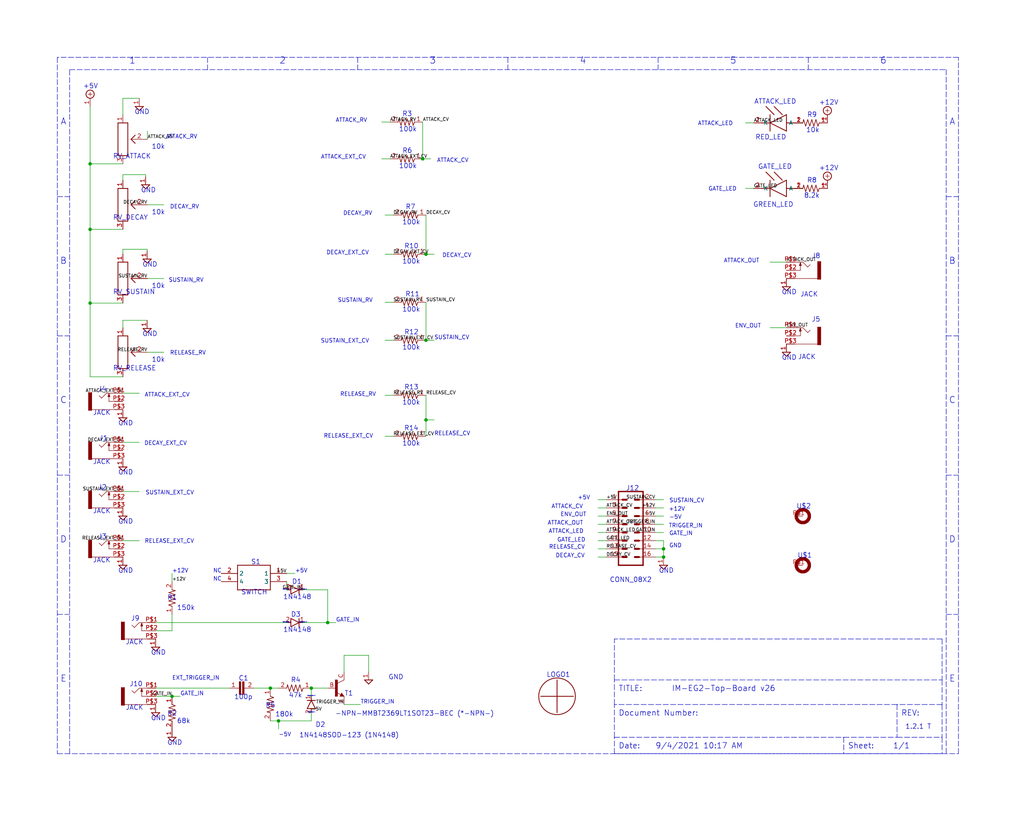
<source format=kicad_sch>
(kicad_sch (version 20211123) (generator eeschema)
  (paper "User" 317.5 254.178)
  (lib_symbols
    (symbol "IM-EG2-Top-Board-eagle-import:+12V" (power)
      (symbol "+12V_1_0"
        (polyline (pts (xy -0.635 0) (xy 0.635 0)) (stroke (width 0.152)))
        (polyline (pts (xy 0 0.635) (xy 0 -0.635)) (stroke (width 0.152)))
        (circle (center 0 0) (radius 1.27) (stroke (width 0.254)))
        (pin power_in line (at 0 -3.81 90) (length 2.54) (name "+12V") (number "1"))
      )
    )
    (symbol "IM-EG2-Top-Board-eagle-import:+5V" (power)
      (symbol "+5V_1_0"
        (polyline (pts (xy -0.635 0) (xy 0.635 0)) (stroke (width 0.152)))
        (polyline (pts (xy 0 -0.635) (xy 0 0.635)) (stroke (width 0.152)))
        (circle (center 0 0) (radius 1.27) (stroke (width 0.254)))
        (pin power_in line (at 0 -3.81 90) (length 2.54) (name "+5V") (number "1"))
      )
    )
    (symbol "IM-EG2-Top-Board-eagle-import:-NPN-MMBT2369LT1SOT23-BEC_(-NPN-)"
      (symbol "-NPN-MMBT2369LT1SOT23-BEC_(-NPN-)_1_0"
        (polyline (pts (xy 0.127 -2.54) (xy 0.635 -1.524)) (stroke (width 0.152)))
        (polyline (pts (xy 0.381 -2.413) (xy 1.143 -2.413)) (stroke (width 0.254)))
        (polyline (pts (xy 0.381 -2.286) (xy 0.762 -2.286)) (stroke (width 0.254)))
        (polyline (pts (xy 0.397 -2.04) (xy -0.835 -1.424)) (stroke (width 0.152)))
        (polyline (pts (xy 0.635 -1.778) (xy 0.381 -2.286)) (stroke (width 0.254)))
        (polyline (pts (xy 0.635 -1.524) (xy 1.397 -2.54)) (stroke (width 0.152)))
        (polyline (pts (xy 0.762 -2.286) (xy 0.635 -2.032)) (stroke (width 0.254)))
        (polyline (pts (xy 1.143 -2.413) (xy 0.635 -1.778)) (stroke (width 0.254)))
        (polyline (pts (xy 1.397 -2.54) (xy 0.127 -2.54)) (stroke (width 0.152)))
        (polyline (pts (xy 1.397 2.54) (xy -0.635 1.524)) (stroke (width 0.152)))
        (polyline (pts (xy -1.397 -2.54) (xy -0.635 -2.54) (xy -0.635 2.54) (xy -1.397 2.54)) (fill (type outline)))
        (pin passive line (at -3.683 0 0) (length 2.54) (name "B") (number "B"))
        (pin passive line (at 1.397 5.08 270) (length 2.54) (name "C") (number "C"))
        (pin passive line (at 1.397 -5.08 90) (length 2.54) (name "E") (number "E"))
      )
    )
    (symbol "IM-EG2-Top-Board-eagle-import:1N4148SOD-123_(1N4148)"
      (symbol "1N4148SOD-123_(1N4148)_1_0"
        (polyline (pts (xy -1.27 -1.27) (xy 1.27 0)) (stroke (width 0.254)))
        (polyline (pts (xy -1.27 0) (xy -2.54 0)) (stroke (width 0.254)))
        (polyline (pts (xy -1.27 0) (xy -1.27 -1.27)) (stroke (width 0.254)))
        (polyline (pts (xy -1.27 1.27) (xy -1.27 0)) (stroke (width 0.254)))
        (polyline (pts (xy 1.27 0) (xy -1.27 1.27)) (stroke (width 0.254)))
        (polyline (pts (xy 1.27 0) (xy 1.27 -1.27)) (stroke (width 0.254)))
        (polyline (pts (xy 1.27 1.27) (xy 1.27 0)) (stroke (width 0.254)))
        (polyline (pts (xy 2.54 0) (xy 1.27 0)) (stroke (width 0.254)))
        (pin passive line (at 2.207 0 180) (length 0) (name "C") (number "1"))
        (pin passive line (at -2.207 0 0) (length 0) (name "A") (number "2"))
      )
    )
    (symbol "IM-EG2-Top-Board-eagle-import:ALPHA-RD901F-40-15R"
      (symbol "ALPHA-RD901F-40-15R_1_0"
        (polyline (pts (xy -2.667 5.08) (xy -2.667 -5.08)) (stroke (width 0.254)))
        (polyline (pts (xy -2.667 5.08) (xy 0.381 5.08)) (stroke (width 0.254)))
        (polyline (pts (xy 0.381 -5.08) (xy -2.667 -5.08)) (stroke (width 0.254)))
        (polyline (pts (xy 0.381 -5.08) (xy 0.381 5.08)) (stroke (width 0.254)))
        (polyline (pts (xy 1.397 0) (xy 2.667 1.27)) (stroke (width 0.254)))
        (polyline (pts (xy 2.667 -1.27) (xy 1.397 0)) (stroke (width 0.254)))
        (pin bidirectional line (at -1.143 7.62 270) (length 2.54) (name "1") (number "1"))
        (pin bidirectional line (at 6.477 0 180) (length 5.08) (name "2") (number "2"))
        (pin bidirectional line (at -1.143 -7.62 90) (length 2.54) (name "3") (number "3"))
      )
    )
    (symbol "IM-EG2-Top-Board-eagle-import:C-EUC0805_(C-EU)"
      (symbol "C-EUC0805_(C-EU)_1_0"
        (polyline (pts (xy 0 -1.27) (xy 0 -0.762)) (stroke (width 0.152)))
        (polyline (pts (xy 0 1.27) (xy 0 0.762)) (stroke (width 0.152)))
        (polyline (pts (xy -2.032 -0.762) (xy 2.032 -0.762) (xy 2.032 -0.254) (xy -2.032 -0.254)) (fill (type outline)))
        (polyline (pts (xy -2.032 0.254) (xy 2.032 0.254) (xy 2.032 0.762) (xy -2.032 0.762)) (fill (type outline)))
        (pin passive line (at 0 3.81 270) (length 2.54) (name "1") (number "1"))
        (pin passive line (at 0 -3.81 90) (length 2.54) (name "2") (number "2"))
      )
    )
    (symbol "IM-EG2-Top-Board-eagle-import:CONN_08X2"
      (symbol "CONN_08X2_1_0"
        (polyline (pts (xy -3.81 11.43) (xy -3.81 -11.43)) (stroke (width 0.406)))
        (polyline (pts (xy -3.81 11.43) (xy 3.81 11.43)) (stroke (width 0.406)))
        (polyline (pts (xy -1.27 -8.89) (xy -2.54 -8.89)) (stroke (width 0.61)))
        (polyline (pts (xy -1.27 -6.35) (xy -2.54 -6.35)) (stroke (width 0.61)))
        (polyline (pts (xy -1.27 -3.81) (xy -2.54 -3.81)) (stroke (width 0.61)))
        (polyline (pts (xy -1.27 -1.27) (xy -2.54 -1.27)) (stroke (width 0.61)))
        (polyline (pts (xy -1.27 1.27) (xy -2.54 1.27)) (stroke (width 0.61)))
        (polyline (pts (xy -1.27 3.81) (xy -2.54 3.81)) (stroke (width 0.61)))
        (polyline (pts (xy -1.27 6.35) (xy -2.54 6.35)) (stroke (width 0.61)))
        (polyline (pts (xy -1.27 8.89) (xy -2.54 8.89)) (stroke (width 0.61)))
        (polyline (pts (xy 1.27 -8.89) (xy 2.54 -8.89)) (stroke (width 0.61)))
        (polyline (pts (xy 1.27 -6.35) (xy 2.54 -6.35)) (stroke (width 0.61)))
        (polyline (pts (xy 1.27 -3.81) (xy 2.54 -3.81)) (stroke (width 0.61)))
        (polyline (pts (xy 1.27 -1.27) (xy 2.54 -1.27)) (stroke (width 0.61)))
        (polyline (pts (xy 1.27 1.27) (xy 2.54 1.27)) (stroke (width 0.61)))
        (polyline (pts (xy 1.27 3.81) (xy 2.54 3.81)) (stroke (width 0.61)))
        (polyline (pts (xy 1.27 6.35) (xy 2.54 6.35)) (stroke (width 0.61)))
        (polyline (pts (xy 1.27 8.89) (xy 2.54 8.89)) (stroke (width 0.61)))
        (polyline (pts (xy 3.81 -11.43) (xy -3.81 -11.43)) (stroke (width 0.406)))
        (polyline (pts (xy 3.81 -11.43) (xy 3.81 11.43)) (stroke (width 0.406)))
        (pin passive line (at -7.62 8.89 0) (length 5.08) (name "1") (number "1"))
        (pin passive line (at 7.62 -1.27 180) (length 5.08) (name "10") (number "10"))
        (pin passive line (at -7.62 -3.81 0) (length 5.08) (name "11") (number "11"))
        (pin passive line (at 7.62 -3.81 180) (length 5.08) (name "12") (number "12"))
        (pin passive line (at -7.62 -6.35 0) (length 5.08) (name "13") (number "13"))
        (pin passive line (at 7.62 -6.35 180) (length 5.08) (name "14") (number "14"))
        (pin passive line (at -7.62 -8.89 0) (length 5.08) (name "15") (number "15"))
        (pin passive line (at 7.62 -8.89 180) (length 5.08) (name "16") (number "16"))
        (pin passive line (at 7.62 8.89 180) (length 5.08) (name "2") (number "2"))
        (pin passive line (at -7.62 6.35 0) (length 5.08) (name "3") (number "3"))
        (pin passive line (at 7.62 6.35 180) (length 5.08) (name "4") (number "4"))
        (pin passive line (at -7.62 3.81 0) (length 5.08) (name "5") (number "5"))
        (pin passive line (at 7.62 3.81 180) (length 5.08) (name "6") (number "6"))
        (pin passive line (at -7.62 1.27 0) (length 5.08) (name "7") (number "7"))
        (pin passive line (at 7.62 1.27 180) (length 5.08) (name "8") (number "8"))
        (pin passive line (at -7.62 -1.27 0) (length 5.08) (name "9") (number "9"))
      )
    )
    (symbol "IM-EG2-Top-Board-eagle-import:GND" (power)
      (symbol "GND_1_0"
        (polyline (pts (xy -1.27 0.635) (xy 1.27 0.635)) (stroke (width 0.254)))
        (polyline (pts (xy 0 -0.635) (xy -1.27 0.635)) (stroke (width 0.254)))
        (polyline (pts (xy 1.27 0.635) (xy 0 -0.635)) (stroke (width 0.254)))
        (pin power_in line (at 0 3.175 270) (length 2.54) (name "GND") (number "1"))
      )
    )
    (symbol "IM-EG2-Top-Board-eagle-import:IM-LOGO-4MM-1M"
      (symbol "IM-LOGO-4MM-1M_1_0"
        (polyline (pts (xy -5.08 0) (xy 5.08 0)) (stroke (width 0.254)))
        (polyline (pts (xy 0 5.08) (xy 0 -5.08)) (stroke (width 0.254)))
        (circle (center 0 0) (radius 5.68) (stroke (width 0.254)))
      )
    )
    (symbol "IM-EG2-Top-Board-eagle-import:MOUNT-HOLE-EURORACK3.4-HOLE_(MOUNT-HOLE-EURORACK)"
      (symbol "MOUNT-HOLE-EURORACK3.4-HOLE_(MOUNT-HOLE-EURORACK)_1_0"
        (arc (start -2.032 -0.254) (mid -1.448 -1.448) (end -0.254 -2.032) (stroke (width 1.016)))
        (arc (start -0.254 2.032) (mid -1.448 1.448) (end -2.032 0.254) (stroke (width 1.016)))
        (circle (center 0 0) (radius 1.524) (stroke (width 0.051)))
        (arc (start 0.254 -2.032) (mid 1.448 -1.448) (end 2.032 -0.254) (stroke (width 1.016)))
        (arc (start 2.032 0.254) (mid 1.448 1.448) (end 0.254 2.032) (stroke (width 1.016)))
        (pin passive line (at -2.54 0 0) (length 2.54) (name "MOUNT") (number "P$1"))
      )
    )
    (symbol "IM-EG2-Top-Board-eagle-import:R-US_R0805_(R-US_)"
      (symbol "R-US_R0805_(R-US_)_1_0"
        (polyline (pts (xy -2.54 0) (xy -2.159 1.016)) (stroke (width 0.203)))
        (polyline (pts (xy -2.159 1.016) (xy -1.524 -1.016)) (stroke (width 0.203)))
        (polyline (pts (xy -1.524 -1.016) (xy -0.889 1.016)) (stroke (width 0.203)))
        (polyline (pts (xy -0.889 1.016) (xy -0.254 -1.016)) (stroke (width 0.203)))
        (polyline (pts (xy -0.254 -1.016) (xy 0.381 1.016)) (stroke (width 0.203)))
        (polyline (pts (xy 0.381 1.016) (xy 1.016 -1.016)) (stroke (width 0.203)))
        (polyline (pts (xy 1.016 -1.016) (xy 1.651 1.016)) (stroke (width 0.203)))
        (polyline (pts (xy 1.651 1.016) (xy 2.286 -1.016)) (stroke (width 0.203)))
        (polyline (pts (xy 2.286 -1.016) (xy 2.54 0)) (stroke (width 0.203)))
        (pin passive line (at -5.08 0 0) (length 2.54) (name "1") (number "1"))
        (pin passive line (at 5.08 0 180) (length 2.54) (name "2") (number "2"))
      )
    )
    (symbol "IM-EG2-Top-Board-eagle-import:SKHHDUA010"
      (symbol "SKHHDUA010_1_0"
        (polyline (pts (xy -5.08 -3.81) (xy -5.08 3.81)) (stroke (width 0.254)))
        (polyline (pts (xy -5.08 -3.81) (xy 5.08 -3.81)) (stroke (width 0.254)))
        (polyline (pts (xy 5.08 3.81) (xy -5.08 3.81)) (stroke (width 0.254)))
        (polyline (pts (xy 5.08 3.81) (xy 5.08 -3.81)) (stroke (width 0.254)))
        (pin bidirectional line (at 10.16 1.27 180) (length 5.08) (name "1") (number "1"))
        (pin bidirectional line (at -10.16 1.27 0) (length 5.08) (name "2") (number "2"))
        (pin bidirectional line (at 10.16 -1.27 180) (length 5.08) (name "3") (number "3"))
        (pin bidirectional line (at -10.16 -1.27 0) (length 5.08) (name "4") (number "4"))
      )
    )
    (symbol "IM-EG2-Top-Board-eagle-import:TLHG4405TLHG4405-3MM_(TLHG4405)"
      (symbol "TLHG4405TLHG4405-3MM_(TLHG4405)_1_0"
        (polyline (pts (xy -5.08 -1.27) (xy -2.54 -1.27)) (stroke (width 0.254)))
        (polyline (pts (xy -2.54 -1.27) (xy 2.54 1.27)) (stroke (width 0.254)))
        (polyline (pts (xy -2.54 1.27) (xy -2.54 -3.81)) (stroke (width 0.254)))
        (polyline (pts (xy -1.27 1.27) (xy -3.81 3.81)) (stroke (width 0.254)))
        (polyline (pts (xy 1.27 1.27) (xy -1.27 3.81)) (stroke (width 0.254)))
        (polyline (pts (xy 2.54 -3.81) (xy -2.54 -1.27)) (stroke (width 0.254)))
        (polyline (pts (xy 2.54 -3.81) (xy 2.54 1.27)) (stroke (width 0.254)))
        (polyline (pts (xy 2.54 -1.27) (xy 5.08 -1.27)) (stroke (width 0.254)))
        (pin bidirectional line (at 7.62 -1.27 180) (length 2.54) (name "A") (number "1"))
        (pin bidirectional line (at -7.62 -1.27 0) (length 2.54) (name "K") (number "2"))
      )
    )
    (symbol "IM-EG2-Top-Board-eagle-import:WQP-PJ301M-12_JACK"
      (symbol "WQP-PJ301M-12_JACK_1_0"
        (polyline (pts (xy 0 1.016) (xy -0.762 1.778)) (stroke (width 0.152)))
        (polyline (pts (xy 1.524 2.54) (xy 0 1.016)) (stroke (width 0.152)))
        (polyline (pts (xy 2.032 1.524) (xy 2.286 2.286)) (stroke (width 0.254)))
        (polyline (pts (xy 2.286 0) (xy 2.286 2.286)) (stroke (width 0.152)))
        (polyline (pts (xy 2.286 2.286) (xy 2.54 1.524)) (stroke (width 0.254)))
        (polyline (pts (xy 2.54 1.524) (xy 2.032 1.524)) (stroke (width 0.254)))
        (polyline (pts (xy 4.064 -2.54) (xy -3.048 -2.54)) (stroke (width 0.152)))
        (polyline (pts (xy 4.064 0) (xy 2.286 0)) (stroke (width 0.152)))
        (polyline (pts (xy 4.064 2.54) (xy 1.524 2.54)) (stroke (width 0.152)))
        (polyline (pts (xy -3.048 2.794) (xy -3.048 -2.794) (xy -4.064 -2.794) (xy -4.064 2.794)) (fill (type outline)))
        (pin passive line (at 6.604 2.54 180) (length 2.54) (name "2") (number "P$1"))
        (pin passive line (at 6.604 0 180) (length 2.54) (name "3") (number "P$2"))
        (pin passive line (at 6.604 -2.54 180) (length 2.54) (name "1") (number "P$3"))
      )
    )
    (symbol "IM-EG2-Top-Board-eagle-import:WQP-PJ301M-12_JACK_4"
      (symbol "WQP-PJ301M-12_JACK_4_1_0"
        (polyline (pts (xy -4.064 -2.54) (xy 3.048 -2.54)) (stroke (width 0.152)))
        (polyline (pts (xy -4.064 0) (xy -2.286 0)) (stroke (width 0.152)))
        (polyline (pts (xy -4.064 2.54) (xy -1.524 2.54)) (stroke (width 0.152)))
        (polyline (pts (xy -2.54 1.524) (xy -2.032 1.524)) (stroke (width 0.254)))
        (polyline (pts (xy -2.286 0) (xy -2.286 2.286)) (stroke (width 0.152)))
        (polyline (pts (xy -2.286 2.286) (xy -2.54 1.524)) (stroke (width 0.254)))
        (polyline (pts (xy -2.032 1.524) (xy -2.286 2.286)) (stroke (width 0.254)))
        (polyline (pts (xy -1.524 2.54) (xy 0 1.016)) (stroke (width 0.152)))
        (polyline (pts (xy 0 1.016) (xy 0.762 1.778)) (stroke (width 0.152)))
        (polyline (pts (xy 3.048 2.794) (xy 3.048 -2.794) (xy 4.064 -2.794) (xy 4.064 2.794)) (fill (type outline)))
        (pin passive line (at -6.604 2.54 0) (length 2.54) (name "2") (number "P$1"))
        (pin passive line (at -6.604 0 0) (length 2.54) (name "3") (number "P$2"))
        (pin passive line (at -6.604 -2.54 0) (length 2.54) (name "1") (number "P$3"))
      )
    )
  )
  (junction (at 27.94 93.98))
  (junction (at 83.82 213.36))
  (junction (at 132.08 78.829))
  (junction (at 96.52 213.36))
  (junction (at 27.94 50.8))
  (junction (at 27.94 71.12))
  (junction (at 131.054 49.251))
  (junction (at 205.74 170.18))
  (junction (at 205.74 172.72))
  (junction (at 86.36 223.52))
  (junction (at 132.08 105.5))
  (junction (at 53.34 215.9))
  (junction (at 101.6 193.04))
  (junction (at 132.08 130.193))
  (wire (pts (xy 106.68 203.2) (xy 114.3 203.2)))
  (wire (pts (xy 96.52 213.36) (xy 96.52 216.233)))
  (wire (pts (xy 48.26 195.58) (xy 53.34 195.58)))
  (polyline (pts (xy 292.1 228.6) (xy 292.1 233.68)))
  (wire (pts (xy 132.08 93.733) (xy 132.08 105.5)))
  (wire (pts (xy 132.08 105.5) (xy 134.62 105.5)))
  (polyline (pts (xy 261.62 228.6) (xy 261.62 233.68)))
  (wire (pts (xy 132.08 78.829) (xy 134.62 78.829)))
  (wire (pts (xy 38.1 78.74) (xy 38.1 77.296)))
  (wire (pts (xy 96.52 220.647) (xy 96.52 223.52)))
  (wire (pts (xy 45.626 77.296) (xy 45.626 77.799)))
  (wire (pts (xy 53.34 215.9) (xy 55.88 215.9)))
  (wire (pts (xy 187.96 162.56) (xy 185.42 162.56)))
  (polyline (pts (xy 157.48 17.78) (xy 157.48 21.59)))
  (wire (pts (xy 243.84 81.28) (xy 238.76 81.28)))
  (wire (pts (xy 246.38 38.1) (xy 248.92 38.1)))
  (wire (pts (xy 96.52 223.52) (xy 86.36 223.52)))
  (polyline (pts (xy 190.5 233.68) (xy 261.62 233.68)))
  (wire (pts (xy 121.92 135.274) (xy 119.38 135.274)))
  (polyline (pts (xy 292.1 218.44) (xy 292.1 228.6)))
  (wire (pts (xy 120.894 37.841) (xy 118.354 37.841)))
  (wire (pts (xy 48.26 215.9) (xy 53.34 215.9)))
  (wire (pts (xy 187.96 172.72) (xy 185.42 172.72)))
  (polyline (pts (xy 292.1 198.12) (xy 292.1 210.82)))
  (wire (pts (xy 45.72 109.22) (xy 50.8 109.22)))
  (wire (pts (xy 131.054 49.251) (xy 133.594 49.251)))
  (polyline (pts (xy 17.78 190.5) (xy 21.59 190.5)))
  (wire (pts (xy 38.1 77.296) (xy 45.626 77.296)))
  (wire (pts (xy 38.1 116.84) (xy 27.94 116.84)))
  (wire (pts (xy 101.6 193.04) (xy 93.647 193.04)))
  (wire (pts (xy 86.36 213.36) (xy 83.82 213.36)))
  (wire (pts (xy 27.94 71.12) (xy 27.94 93.98)))
  (polyline (pts (xy 293.37 60.96) (xy 297.18 60.96)))
  (wire (pts (xy 203.2 170.18) (xy 205.74 170.18)))
  (polyline (pts (xy 261.62 228.6) (xy 278.13 228.6)))
  (polyline (pts (xy 292.1 218.44) (xy 278.13 218.44)))
  (polyline (pts (xy 17.78 17.78) (xy 17.78 233.68)))
  (polyline (pts (xy 278.13 228.6) (xy 292.1 228.6)))
  (wire (pts (xy 45.72 63.5) (xy 50.8 63.5)))
  (wire (pts (xy 131.054 37.841) (xy 131.054 49.251)))
  (wire (pts (xy 203.2 160.02) (xy 205.74 160.02)))
  (wire (pts (xy 233.68 38.1) (xy 231.14 38.1)))
  (wire (pts (xy 101.6 182.88) (xy 101.6 193.04)))
  (polyline (pts (xy 293.37 21.59) (xy 293.37 233.68)))
  (wire (pts (xy 120.894 49.251) (xy 118.354 49.251)))
  (wire (pts (xy 106.68 218.44) (xy 111.76 218.44)))
  (polyline (pts (xy 293.37 104.14) (xy 297.18 104.14)))
  (polyline (pts (xy 190.5 210.82) (xy 292.1 210.82)))
  (wire (pts (xy 38.1 35.56) (xy 38.1 30.48)))
  (wire (pts (xy 48.26 213.36) (xy 71.12 213.36)))
  (wire (pts (xy 121.92 78.829) (xy 119.38 78.829)))
  (wire (pts (xy 38.1 101.6) (xy 38.1 99.323)))
  (polyline (pts (xy 17.78 147.32) (xy 21.59 147.32)))
  (wire (pts (xy 132.08 122.573) (xy 132.08 130.193)))
  (wire (pts (xy 88.9 182.88) (xy 89.233 182.88)))
  (polyline (pts (xy 17.78 60.96) (xy 21.59 60.96)))
  (polyline (pts (xy 293.37 147.32) (xy 297.18 147.32)))
  (wire (pts (xy 38.1 152.4) (xy 43.18 152.4)))
  (wire (pts (xy 38.1 71.12) (xy 27.94 71.12)))
  (polyline (pts (xy 293.37 190.5) (xy 297.18 190.5)))
  (wire (pts (xy 53.34 195.58) (xy 53.34 190.5)))
  (wire (pts (xy 203.2 162.56) (xy 205.74 162.56)))
  (wire (pts (xy 38.1 54.153) (xy 45.156 54.153)))
  (polyline (pts (xy 278.13 218.44) (xy 190.5 218.44)))
  (polyline (pts (xy 261.62 233.68) (xy 292.1 233.68)))
  (wire (pts (xy 27.94 93.98) (xy 38.1 93.98)))
  (wire (pts (xy 203.2 167.64) (xy 205.74 167.64)))
  (polyline (pts (xy 278.13 218.44) (xy 278.13 228.6)))
  (wire (pts (xy 205.74 167.64) (xy 205.74 170.18)))
  (polyline (pts (xy 21.59 233.68) (xy 21.59 21.59)))
  (polyline (pts (xy 190.5 218.44) (xy 190.5 210.82)))
  (wire (pts (xy 243.84 101.6) (xy 238.76 101.6)))
  (wire (pts (xy 203.2 157.48) (xy 205.74 157.48)))
  (wire (pts (xy 45.156 54.153) (xy 45.156 54.751)))
  (wire (pts (xy 38.1 55.88) (xy 38.1 54.153)))
  (wire (pts (xy 88.9 182.88) (xy 88.9 180.34)))
  (wire (pts (xy 27.94 116.84) (xy 27.94 93.98)))
  (wire (pts (xy 38.1 137.16) (xy 43.18 137.16)))
  (wire (pts (xy 38.1 50.8) (xy 27.94 50.8)))
  (wire (pts (xy 248.92 58.42) (xy 246.38 58.42)))
  (wire (pts (xy 205.74 170.18) (xy 205.74 172.72)))
  (wire (pts (xy 203.2 165.1) (xy 205.74 165.1)))
  (wire (pts (xy 78.74 213.36) (xy 83.82 213.36)))
  (wire (pts (xy 45.72 86.36) (xy 50.8 86.36)))
  (polyline (pts (xy 190.5 210.82) (xy 190.5 198.12)))
  (polyline (pts (xy 64.347 17.78) (xy 64.347 21.59)))
  (polyline (pts (xy 190.5 228.6) (xy 261.62 228.6)))
  (wire (pts (xy 121.92 122.573) (xy 119.38 122.573)))
  (polyline (pts (xy 110.913 17.78) (xy 110.913 21.59)))
  (wire (pts (xy 121.92 105.5) (xy 119.38 105.5)))
  (wire (pts (xy 45.72 43.18) (xy 45.72 40.64)))
  (polyline (pts (xy 190.5 228.6) (xy 190.5 218.44)))
  (wire (pts (xy 101.6 213.36) (xy 96.52 213.36)))
  (wire (pts (xy 101.6 193.04) (xy 104.14 193.04)))
  (wire (pts (xy 132.08 66.676) (xy 132.08 78.829)))
  (wire (pts (xy 38.1 30.48) (xy 43.18 30.48)))
  (wire (pts (xy 205.74 172.72) (xy 203.2 172.72)))
  (polyline (pts (xy 297.18 17.78) (xy 17.78 17.78)))
  (wire (pts (xy 114.3 203.2) (xy 114.3 208.28)))
  (wire (pts (xy 83.82 223.52) (xy 86.36 223.52)))
  (wire (pts (xy 203.2 154.94) (xy 205.74 154.94)))
  (wire (pts (xy 38.1 121.92) (xy 43.18 121.92)))
  (polyline (pts (xy 17.78 233.68) (xy 297.18 233.68)))
  (polyline (pts (xy 190.5 233.68) (xy 190.5 228.6)))
  (wire (pts (xy 187.96 170.18) (xy 185.42 170.18)))
  (polyline (pts (xy 204.047 17.78) (xy 204.047 21.59)))
  (wire (pts (xy 187.96 160.02) (xy 185.42 160.02)))
  (wire (pts (xy 187.96 165.1) (xy 185.42 165.1)))
  (wire (pts (xy 187.96 154.94) (xy 185.42 154.94)))
  (wire (pts (xy 38.1 99.323) (xy 45.626 99.323)))
  (wire (pts (xy 27.94 33.02) (xy 27.94 50.8)))
  (wire (pts (xy 187.96 157.48) (xy 185.42 157.48)))
  (polyline (pts (xy 292.1 210.82) (xy 292.1 218.44)))
  (polyline (pts (xy 21.59 21.59) (xy 293.37 21.59)))
  (wire (pts (xy 187.96 167.64) (xy 185.42 167.64)))
  (wire (pts (xy 53.34 180.34) (xy 53.34 177.8)))
  (wire (pts (xy 233.68 58.42) (xy 231.14 58.42)))
  (wire (pts (xy 106.68 208.28) (xy 106.68 203.2)))
  (wire (pts (xy 132.08 130.193) (xy 134.62 130.193)))
  (wire (pts (xy 86.36 223.52) (xy 86.36 226.06)))
  (wire (pts (xy 93.647 182.88) (xy 101.6 182.88)))
  (wire (pts (xy 88.9 177.8) (xy 91.44 177.8)))
  (wire (pts (xy 121.92 93.733) (xy 119.38 93.733)))
  (wire (pts (xy 48.26 193.04) (xy 89.233 193.04)))
  (polyline (pts (xy 297.18 233.68) (xy 297.18 17.78)))
  (polyline (pts (xy 292.1 198.12) (xy 190.5 198.12)))
  (wire (pts (xy 121.92 66.676) (xy 119.38 66.676)))
  (wire (pts (xy 132.08 135.274) (xy 132.08 130.193)))
  (polyline (pts (xy 17.78 104.14) (xy 21.59 104.14)))
  (wire (pts (xy 27.94 50.8) (xy 27.94 71.12)))
  (polyline (pts (xy 250.613 17.78) (xy 250.613 21.59)))
  (wire (pts (xy 38.1 167.64) (xy 43.18 167.64)))
  (text "10k" (at 46.99 87.925 180) (effects (font (size 1.48 1.48)) (justify left top)))
  (text "J2" (at 30.386 152.146 180) (effects (font (size 1.48 1.48)) (justify left bottom)))
  (text "B" (at 295.275 79.883 180) (effects (font (size 1.974 1.974)) (justify top)))
  (text "ENV_OUT" (at 173.723 158.911 180) (effects (font (size 1.233 1.233)) (justify left top)))
  (text "RELEASE_RV" (at 105.41 123.081 180) (effects (font (size 1.233 1.233)) (justify left bottom)))
  (text "SUSTAIN_RV" (at 104.681 92.503 180) (effects (font (size 1.233 1.233)) (justify left top)))
  (text "ENV_OUT" (at 227.873 100.432 180) (effects (font (size 1.233 1.233)) (justify left top)))
  (text "2" (at 87.63 17.78 180) (effects (font (size 1.974 1.974)) (justify top)))
  (text "4" (at 180.763 17.78 180) (effects (font (size 1.974 1.974)) (justify top)))
  (text "J8" (at 251.648 80.383 180) (effects (font (size 1.48 1.48)) (justify left bottom)))
  (text "ATTACK_CV" (at 170.925 156.434 180) (effects (font (size 1.233 1.233)) (justify left top)))
  (text "R12" (at 125.326 104 180) (effects (font (size 1.48 1.48)) (justify left bottom)))
  (text "10k" (at 46.99 65.065 180) (effects (font (size 1.48 1.48)) (justify left top)))
  (text "GND" (at 51.84 231.273 180) (effects (font (size 1.48 1.48)) (justify left bottom)))
  (text "R9" (at 250.24 36.6 180) (effects (font (size 1.48 1.48)) (justify left bottom)))
  (text "D" (at 19.685 166.243 180) (effects (font (size 1.974 1.974)) (justify top)))
  (text "J5" (at 251.647 100.061 180) (effects (font (size 1.48 1.48)) (justify left bottom)))
  (text "RELEASE_EXT_CV" (at 100.33 136.036 180) (effects (font (size 1.233 1.233)) (justify left bottom)))
  (text "R3" (at 124.718 36.341 180) (effects (font (size 1.48 1.48)) (justify left bottom)))
  (text "R10" (at 125.326 77.329 180) (effects (font (size 1.48 1.48)) (justify left bottom)))
  (text "TITLE:" (at 191.77 214.63 180) (effects (font (size 1.727 1.727)) (justify left bottom)))
  (text "SpiceOrder 1" (at 88.9 193.04 180) (effects (font (size 0.247 0.247))))
  (text "-5V" (at 207.439 161.189 180) (effects (font (size 1.233 1.233)) (justify left bottom)))
  (text "TRIGGER_IN" (at 207.321 163.846 180) (effects (font (size 1.233 1.233)) (justify left bottom)))
  (text "GATE_IN" (at 55.88 215.9 180) (effects (font (size 1.233 1.233)) (justify left bottom)))
  (text "180k" (at 85.32 220.75 180) (effects (font (size 1.48 1.48)) (justify left top)))
  (text "GREEN_LED" (at 233.505 62.712 180) (effects (font (size 1.48 1.48)) (justify left top)))
  (text "SpiceOrder 1" (at 88.9 182.88 180) (effects (font (size 0.247 0.247))))
  (text "R8" (at 250.205 56.92 180) (effects (font (size 1.48 1.48)) (justify left bottom)))
  (text "9/4/2021 10:17 AM" (at 203.2 232.41 180) (effects (font (size 1.727 1.727)) (justify left bottom)))
  (text "J9" (at 40.582 192.786 180) (effects (font (size 1.48 1.48)) (justify left bottom)))
  (text "ATTACK_RV" (at 51.354 43.227 180) (effects (font (size 1.233 1.233)) (justify left bottom)))
  (text "NC" (at 66.04 180.34 180) (effects (font (size 1.233 1.233)) (justify left bottom)))
  (text "GND" (at 36.6 132.213 180) (effects (font (size 1.48 1.48)) (justify left bottom)))
  (text "RELEASE_EXT_CV" (at 44.817 168.63 180) (effects (font (size 1.233 1.233)) (justify left bottom)))
  (text "1N4148" (at 87.785 184.38 180) (effects (font (size 1.48 1.48)) (justify left top)))
  (text "+12V" (at 253.902 32.79 180) (effects (font (size 1.48 1.48)) (justify left bottom)))
  (text "+5V" (at 179.059 153.689 180) (effects (font (size 1.233 1.233)) (justify left top)))
  (text "DECAY_RV" (at 106.351 65.527 180) (effects (font (size 1.233 1.233)) (justify left top)))
  (text "1.2.1 T" (at 280.67 226.314 180) (effects (font (size 1.48 1.48)) (justify left bottom)))
  (text "JACK" (at 28.785 172.974 180) (effects (font (size 1.48 1.48)) (justify left top)))
  (text "J4" (at 30.349 121.666 180) (effects (font (size 1.48 1.48)) (justify left bottom)))
  (text "5" (at 227.33 17.78 180) (effects (font (size 1.974 1.974)) (justify top)))
  (text "JACK" (at 38.945 218.694 180) (effects (font (size 1.48 1.48)) (justify left top)))
  (text "T1" (at 106.783 214.289 180) (effects (font (size 1.48 1.48)) (justify left top)))
  (text "-NPN-MMBT2369LT1SOT23-BEC (*-NPN-)" (at 103.901 222.25 180) (effects (font (size 1.48 1.48)) (justify left bottom)))
  (text "CONN_08X2" (at 189.024 179.067 180) (effects (font (size 1.48 1.48)) (justify left top)))
  (text "JACK" (at 28.785 127.254 180) (effects (font (size 1.48 1.48)) (justify left top)))
  (text "E" (at 19.685 209.423 180) (effects (font (size 1.974 1.974)) (justify top)))
  (text "GND" (at 242.34 91.573 180) (effects (font (size 1.48 1.48)) (justify left bottom)))
  (text "10k" (at 249.895 39.6 180) (effects (font (size 1.48 1.48)) (justify left top)))
  (text "GATE_LED" (at 235.016 52.697 180) (effects (font (size 1.48 1.48)) (justify left bottom)))
  (text "JACK" (at 38.945 198.374 180) (effects (font (size 1.48 1.48)) (justify left top)))
  (text "Document Number:" (at 191.77 222.25 180) (effects (font (size 1.727 1.727)) (justify left bottom)))
  (text "GND" (at 44.126 83.012 180) (effects (font (size 1.48 1.48)) (justify left bottom)))
  (text "47k" (at 89.511 214.86 180) (effects (font (size 1.48 1.48)) (justify left top)))
  (text "IM-EG2-Top-Board v26" (at 208.28 214.63 180) (effects (font (size 1.727 1.727)) (justify left bottom)))
  (text "SpiceOrder 2" (at 93.98 193.04 180) (effects (font (size 0.247 0.247))))
  (text "R1" (at 51.84 186.349 180) (effects (font (size 1.48 1.48)) (justify left bottom)))
  (text "SWITCH" (at 74.756 182.88 180) (effects (font (size 1.48 1.48)) (justify left top)))
  (text "SUSTAIN_RV" (at 52.249 87.705 180) (effects (font (size 1.233 1.233)) (justify left bottom)))
  (text "U$2" (at 246.919 157.988 180) (effects (font (size 1.48 1.48)) (justify left bottom)))
  (text "100k" (at 124.69 68.176 180) (effects (font (size 1.48 1.48)) (justify left top)))
  (text "Date:" (at 191.77 232.41 180) (effects (font (size 1.727 1.727)) (justify left bottom)))
  (text "GND" (at 120.42 210.953 180) (effects (font (size 1.48 1.48)) (justify left bottom)))
  (text "1/1" (at 276.86 232.41 180) (effects (font (size 1.727 1.727)) (justify left bottom)))
  (text "RELEASE_CV" (at 170.169 169.011 180) (effects (font (size 1.233 1.233)) (justify left top)))
  (text "ATTACK_CV" (at 135.443 50.566 180) (effects (font (size 1.233 1.233)) (justify left bottom)))
  (text "GATE_LED" (at 219.598 59.41 180) (effects (font (size 1.233 1.233)) (justify left bottom)))
  (text "R5" (at 82.32 219.696 180) (effects (font (size 1.48 1.48)) (justify left bottom)))
  (text "SUSTAIN_CV" (at 207.463 156.049 180) (effects (font (size 1.233 1.233)) (justify left bottom)))
  (text "GND" (at 207.463 170.014 180) (effects (font (size 1.233 1.233)) (justify left bottom)))
  (text "GND" (at 46.76 203.333 180) (effects (font (size 1.48 1.48)) (justify left bottom)))
  (text "+12V" (at 53.34 177.8 180) (effects (font (size 1.233 1.233)) (justify left bottom)))
  (text "SpiceOrder 2" (at 96.52 215.9 180) (effects (font (size 0.247 0.247))))
  (text "R14" (at 125.29 133.774 180) (effects (font (size 1.48 1.48)) (justify left bottom)))
  (text "100k" (at 124.69 136.774 180) (effects (font (size 1.48 1.48)) (justify left top)))
  (text "GATE_IN" (at 104.14 193.04 180) (effects (font (size 1.233 1.233)) (justify left bottom)))
  (text "10k" (at 46.99 44.745 180) (effects (font (size 1.48 1.48)) (justify left top)))
  (text "TRIGGER_IN" (at 111.76 218.44 180) (effects (font (size 1.233 1.233)) (justify left bottom)))
  (text "1N4148" (at 87.785 194.54 180) (effects (font (size 1.48 1.48)) (justify left top)))
  (text "A" (at 295.275 36.703 180) (effects (font (size 1.974 1.974)) (justify top)))
  (text "GND" (at 43.656 59.964 180) (effects (font (size 1.48 1.48)) (justify left bottom)))
  (text "R6" (at 124.755 47.751 180) (effects (font (size 1.48 1.48)) (justify left bottom)))
  (text "ATTACK_LED" (at 170.044 164.111 180) (effects (font (size 1.233 1.233)) (justify left top)))
  (text "SUSTAIN_CV" (at 134.62 105.5 180) (effects (font (size 1.233 1.233)) (justify left bottom)))
  (text "100k" (at 124.69 80.329 180) (effects (font (size 1.48 1.48)) (justify left top)))
  (text "100k" (at 124.69 95.233 180) (effects (font (size 1.48 1.48)) (justify left top)))
  (text "B" (at 19.685 79.883 180) (effects (font (size 1.974 1.974)) (justify top)))
  (text "DECAY_CV" (at 172.234 171.671 180) (effects (font (size 1.233 1.233)) (justify left top)))
  (text "10k" (at 46.99 110.785 180) (effects (font (size 1.48 1.48)) (justify left top)))
  (text "150k" (at 54.84 187.73 180) (effects (font (size 1.48 1.48)) (justify left top)))
  (text "JACK" (at 28.785 142.494 180) (effects (font (size 1.48 1.48)) (justify left top)))
  (text "D3" (at 90.184 191.54 180) (effects (font (size 1.48 1.48)) (justify left bottom)))
  (text "DECAY_RV" (at 52.663 64.947 180) (effects (font (size 1.233 1.233)) (justify left bottom)))
  (text "RV_SUSTAIN" (at 35.024 91.536 180) (effects (font (size 1.48 1.48)) (justify left bottom)))
  (text "RELEASE_CV" (at 134.62 135.274 180) (effects (font (size 1.233 1.233)) (justify left bottom)))
  (text "+12V" (at 207.321 158.679 180) (effects (font (size 1.233 1.233)) (justify left bottom)))
  (text "RV_RELEASE" (at 35.024 115.191 180) (effects (font (size 1.48 1.48)) (justify left bottom)))
  (text "U$1" (at 247.247 173.228 180) (effects (font (size 1.48 1.48)) (justify left bottom)))
  (text "J1" (at 30.713 136.906 180) (effects (font (size 1.48 1.48)) (justify left bottom)))
  (text "GATE_IN" (at 207.463 166.236 180) (effects (font (size 1.233 1.233)) (justify left bottom)))
  (text "RV_ATTACK" (at 35.024 49.473 180) (effects (font (size 1.48 1.48)) (justify left bottom)))
  (text "ATTACK_LED" (at 216.337 39.123 180) (effects (font (size 1.233 1.233)) (justify left bottom)))
  (text "S1" (at 77.811 175.26 180) (effects (font (size 1.48 1.48)) (justify left bottom)))
  (text "JACK" (at 248.118 90.534 180) (effects (font (size 1.48 1.48)) (justify left top)))
  (text "E" (at 295.275 209.423 180) (effects (font (size 1.974 1.974)) (justify top)))
  (text "GND" (at 36.6 162.693 180) (effects (font (size 1.48 1.48)) (justify left bottom)))
  (text "68k" (at 54.84 222.834 180) (effects (font (size 1.48 1.48)) (justify left top)))
  (text "ATTACK_EXT_CV" (at 44.806 123.263 180) (effects (font (size 1.233 1.233)) (justify left bottom)))
  (text "1N4148SOD-123 (1N4148)" (at 92.752 227.226 180) (effects (font (size 1.48 1.48)) (justify left top)))
  (text "R4" (at 90.148 211.86 180) (effects (font (size 1.48 1.48)) (justify left bottom)))
  (text "RV_DECAY" (at 35.024 68.462 180) (effects (font (size 1.48 1.48)) (justify left bottom)))
  (text "Sheet:" (at 262.89 232.41 180) (effects (font (size 1.727 1.727)) (justify left bottom)))
  (text "100k" (at 124.69 124.073 180) (effects (font (size 1.48 1.48)) (justify left top)))
  (text "R2" (at 51.84 222.236 180) (effects (font (size 1.48 1.48)) (justify left bottom)))
  (text "GND" (at 36.6 177.933 180) (effects (font (size 1.48 1.48)) (justify left bottom)))
  (text "J3" (at 30.386 167.386 180) (effects (font (size 1.48 1.48)) (justify left bottom)))
  (text "GATE_LED" (at 172.72 166.801 180) (effects (font (size 1.233 1.233)) (justify left top)))
  (text "NC" (at 66.04 177.8 180) (effects (font (size 1.233 1.233)) (justify left bottom)))
  (text "GND" (at 242.34 111.893 180) (effects (font (size 1.48 1.48)) (justify left bottom)))
  (text "ATTACK_OUT" (at 224.368 80.218 180) (effects (font (size 1.233 1.233)) (justify left top)))
  (text "C1" (at 73.965 211.328 180) (effects (font (size 1.48 1.48)) (justify left bottom)))
  (text "-5V" (at 86.36 228.6 180) (effects (font (size 1.233 1.233)) (justify left bottom)))
  (text "R11" (at 125.653 92.233 180) (effects (font (size 1.48 1.48)) (justify left bottom)))
  (text "REV:" (at 279.4 222.25 180) (effects (font (size 1.727 1.727)) (justify left bottom)))
  (text "3" (at 134.197 17.78 180) (effects (font (size 1.974 1.974)) (justify top)))
  (text "SUSTAIN_EXT_CV" (at 99.395 106.534 180) (effects (font (size 1.233 1.233)) (justify left bottom)))
  (text "D" (at 295.275 166.243 180) (effects (font (size 1.974 1.974)) (justify top)))
  (text "100k" (at 123.663 39.341 180) (effects (font (size 1.48 1.48)) (justify left top)))
  (text "+12V" (at 253.902 53.11 180) (effects (font (size 1.48 1.48)) (justify left bottom)))
  (text "JACK" (at 247.411 109.954 180) (effects (font (size 1.48 1.48)) (justify left top)))
  (text "100k" (at 123.663 50.751 180) (effects (font (size 1.48 1.48)) (justify left top)))
  (text "+5V" (at 91.44 177.8 180) (effects (font (size 1.233 1.233)) (justify left bottom)))
  (text "RED_LED" (at 234.178 41.808 180) (effects (font (size 1.48 1.48)) (justify left top)))
  (text "SUSTAIN_EXT_CV" (at 45.088 153.602 180) (effects (font (size 1.233 1.233)) (justify left bottom)))
  (text "DECAY_EXT_CV" (at 101.14 77.729 180) (effects (font (size 1.233 1.233)) (justify left top)))
  (text "DECAY_CV" (at 137.1 80.021 180) (effects (font (size 1.233 1.233)) (justify left bottom)))
  (text "D1" (at 90.511 181.38 180) (effects (font (size 1.48 1.48)) (justify left bottom)))
  (text "C" (at 295.275 123.063 180) (effects (font (size 1.974 1.974)) (justify top)))
  (text "GND" (at 36.6 147.453 180) (effects (font (size 1.48 1.48)) (justify left bottom)))
  (text "C" (at 19.685 123.063 180) (effects (font (size 1.974 1.974)) (justify top)))
  (text "JACK" (at 28.785 157.734 180) (effects (font (size 1.48 1.48)) (justify left top)))
  (text "100p" (at 72.582 215.392 180) (effects (font (size 1.48 1.48)) (justify left top)))
  (text "GND" (at 41.68 35.693 180) (effects (font (size 1.48 1.48)) (justify left bottom)))
  (text "D2" (at 97.804 225.727 180) (effects (font (size 1.48 1.48)) (justify left bottom)))
  (text "R13" (at 125.326 121.073 180) (effects (font (size 1.48 1.48)) (justify left bottom)))
  (text "GND" (at 46.76 223.653 180) (effects (font (size 1.48 1.48)) (justify left bottom)))
  (text "LOGO1" (at 169.446 210.22 180) (effects (font (size 1.48 1.48)) (justify left bottom)))
  (text "+5V" (at 25.72 27.71 180) (effects (font (size 1.48 1.48)) (justify left bottom)))
  (text "8.2k" (at 249.26 59.92 180) (effects (font (size 1.48 1.48)) (justify left top)))
  (text "100k" (at 124.69 107 180) (effects (font (size 1.48 1.48)) (justify left top)))
  (text "GND" (at 44.126 104.536 180) (effects (font (size 1.48 1.48)) (justify left bottom)))
  (text "J10" (at 40.127 213.106 180) (effects (font (size 1.48 1.48)) (justify left bottom)))
  (text "GND" (at 204.24 177.933 180) (effects (font (size 1.48 1.48)) (justify left bottom)))
  (text "EXT_TRIGGER_IN" (at 53.34 211.074 180) (effects (font (size 1.233 1.233)) (justify left bottom)))
  (text "6" (at 273.897 17.78 180) (effects (font (size 1.974 1.974)) (justify top)))
  (text "ATTACK_LED" (at 233.824 32.494 180) (effects (font (size 1.48 1.48)) (justify left bottom)))
  (text "1" (at 41.063 17.78 180) (effects (font (size 1.974 1.974)) (justify top)))
  (text "ATTACK_RV" (at 104.015 36.68 180) (effects (font (size 1.233 1.233)) (justify left top)))
  (text "ATTACK_EXT_CV" (at 99.46 48.06 180) (effects (font (size 1.233 1.233)) (justify left top)))
  (text "SpiceOrder 1" (at 96.52 220.98 180) (effects (font (size 0.247 0.247))))
  (text "SpiceOrder 2" (at 93.98 182.88 180) (effects (font (size 0.247 0.247))))
  (text "ATTACK_OUT" (at 169.739 161.541 180) (effects (font (size 1.233 1.233)) (justify left top)))
  (text "RELEASE_RV" (at 52.663 110.255 180) (effects (font (size 1.233 1.233)) (justify left bottom)))
  (text "R7" (at 125.744 65.176 180) (effects (font (size 1.48 1.48)) (justify left bottom)))
  (text "DECAY_EXT_CV" (at 44.702 138.291 180) (effects (font (size 1.233 1.233)) (justify left bottom)))
  (text "A" (at 19.685 36.703 180) (effects (font (size 1.974 1.974)) (justify top)))
  (text "J12" (at 194.051 152.4 180) (effects (font (size 1.48 1.48)) (justify left bottom)))
  (label "GATE_IN" (at 53.34 215.9 180) (effects (font (size 1.016 1.016))))
  (label "DECAY_CV" (at 187.96 172.72 0) (effects (font (size 1.016 1.016))))
  (label "SUSTAIN_CV" (at 203.2 154.94 180) (effects (font (size 1.016 1.016))))
  (label "GATE_IN" (at 203.2 165.1 180) (effects (font (size 1.016 1.016))))
  (label "+5V" (at 187.96 154.94 0) (effects (font (size 1.016 1.016))))
  (label "ATTACK_CV" (at 131.054 37.841 0) (effects (font (size 1.016 1.016))))
  (label "ATTACK_LED" (at 187.96 165.1 0) (effects (font (size 1.016 1.016))))
  (label "RELEASE_RV" (at 45.72 109.22 180) (effects (font (size 1.016 1.016))))
  (label "-5V" (at 203.2 160.02 180) (effects (font (size 1.016 1.016))))
  (label "ATTACK_OUT" (at 187.96 162.56 0) (effects (font (size 1.016 1.016))))
  (label "RELEASE_CV" (at 187.96 170.18 0) (effects (font (size 1.016 1.016))))
  (label "ATTACK_CV" (at 187.96 157.48 0) (effects (font (size 1.016 1.016))))
  (label "SUSTAIN_EXT_CV" (at 121.92 105.5 0) (effects (font (size 1.016 1.016))))
  (label "RELEASE_EXT_CV" (at 38.1 167.64 180) (effects (font (size 1.016 1.016))))
  (label "SUSTAIN_RV" (at 121.92 93.733 0) (effects (font (size 1.016 1.016))))
  (label "ENV_OUT" (at 243.84 101.6 0) (effects (font (size 1.016 1.016))))
  (label "ATTACK_OUT" (at 243.84 81.28 0) (effects (font (size 1.016 1.016))))
  (label "ATTACK_EXT_CV" (at 38.1 121.92 180) (effects (font (size 1.016 1.016))))
  (label "DECAY_RV" (at 45.72 63.5 180) (effects (font (size 1.016 1.016))))
  (label "TRIGGER_IN" (at 106.68 218.44 180) (effects (font (size 1.016 1.016))))
  (label "ATTACK_RV" (at 45.72 43.18 0) (effects (font (size 1.016 1.016))))
  (label "ATTACK_RV" (at 120.894 37.841 0) (effects (font (size 1.016 1.016))))
  (label "ATTACK_EXT_CV" (at 120.894 49.251 0) (effects (font (size 1.016 1.016))))
  (label "TRIGGER_IN" (at 203.2 162.56 180) (effects (font (size 1.016 1.016))))
  (label "GATE_LED" (at 187.96 167.64 0) (effects (font (size 1.016 1.016))))
  (label "RELEASE_CV" (at 132.08 122.573 0) (effects (font (size 1.016 1.016))))
  (label "ENV_OUT" (at 187.96 160.02 0) (effects (font (size 1.016 1.016))))
  (label "DECAY_RV" (at 121.92 66.676 0) (effects (font (size 1.016 1.016))))
  (label "ATTACK_LED" (at 233.68 38.1 0) (effects (font (size 1.016 1.016))))
  (label "GATE_IN" (at 93.647 182.88 180) (effects (font (size 1.016 1.016))))
  (label "DECAY_EXT_CV" (at 38.1 137.16 180) (effects (font (size 1.016 1.016))))
  (label "SUSTAIN_EXT_CV" (at 38.1 152.4 180) (effects (font (size 1.016 1.016))))
  (label "+12V" (at 53.34 180.34 0) (effects (font (size 1.016 1.016))))
  (label "RELEASE_EXT_CV" (at 121.92 135.274 0) (effects (font (size 1.016 1.016))))
  (label "SUSTAIN_CV" (at 132.08 93.733 0) (effects (font (size 1.016 1.016))))
  (label "DECAY_CV" (at 132.08 66.676 0) (effects (font (size 1.016 1.016))))
  (label "DECAY_EXT_CV" (at 121.92 78.829 0) (effects (font (size 1.016 1.016))))
  (label "GATE_LED" (at 233.68 58.42 0) (effects (font (size 1.016 1.016))))
  (label "SUSTAIN_RV" (at 45.72 86.36 180) (effects (font (size 1.016 1.016))))
  (label "RELEASE_RV" (at 121.92 122.573 0) (effects (font (size 1.016 1.016))))
  (label "+12V" (at 203.2 157.48 180) (effects (font (size 1.016 1.016))))
  (label "+5V" (at 88.9 177.8 180) (effects (font (size 1.016 1.016))))
  (label "-5V" (at 96.52 220.647 0) (effects (font (size 1.016 1.016))))
  (symbol (lib_id "IM-EG2-Top-Board-eagle-import:WQP-PJ301M-12_JACK") (at 31.496 154.94 0) (unit 1)
    (property "Reference" "J2" (effects hide))
    (property "Value" "JACK" (effects hide))
    (property "Footprint" "IM-EG2-Top-Board:WQP-PJ301M-12_JACK" (effects hide))
  )
  (symbol (lib_id "IM-EG2-Top-Board-eagle-import:R-US_R0805_(R-US_)") (at 91.44 213.36 180) (unit 1)
    (property "Reference" "R4" (effects hide))
    (property "Value" "47k" (effects hide))
    (property "Footprint" "IM-EG2-Top-Board:R0805" (effects hide))
  )
  (symbol (lib_id "IM-EG2-Top-Board-eagle-import:R-US_R0805_(R-US_)") (at 127 135.274 180) (unit 1)
    (property "Reference" "R14" (effects hide))
    (property "Value" "100k" (effects hide))
    (property "Footprint" "IM-EG2-Top-Board:R0805" (effects hide))
  )
  (symbol (lib_id "IM-EG2-Top-Board-eagle-import:GND") (at 45.626 102.498 0) (unit 1)
    (property "Reference" "#SUPPLY4" (effects hide))
    (property "Value" "GND" (effects hide))
    (property "Footprint" "IM-EG2-Top-Board:" (effects hide))
  )
  (symbol (lib_id "IM-EG2-Top-Board-eagle-import:GND") (at 38.1 130.175 0) (unit 1)
    (property "Reference" "#SUPPLY8" (effects hide))
    (property "Value" "GND" (effects hide))
    (property "Footprint" "IM-EG2-Top-Board:" (effects hide))
  )
  (symbol (lib_id "IM-EG2-Top-Board-eagle-import:+12V") (at 256.54 34.29 0) (unit 1)
    (property "Reference" "#SUPPLY21" (effects hide))
    (property "Value" "+12V" (effects hide))
    (property "Footprint" "IM-EG2-Top-Board:" (effects hide))
  )
  (symbol (lib_id "IM-EG2-Top-Board-eagle-import:R-US_R0805_(R-US_)") (at 53.34 220.98 270) (unit 1)
    (property "Reference" "R2" (effects hide))
    (property "Value" "68k" (effects hide))
    (property "Footprint" "IM-EG2-Top-Board:R0805" (effects hide))
  )
  (symbol (lib_id "IM-EG2-Top-Board-eagle-import:WQP-PJ301M-12_JACK") (at 41.656 215.9 0) (unit 1)
    (property "Reference" "J10" (effects hide))
    (property "Value" "JACK" (effects hide))
    (property "Footprint" "IM-EG2-Top-Board:WQP-PJ301M-12_JACK" (effects hide))
  )
  (symbol (lib_id "IM-EG2-Top-Board-eagle-import:R-US_R0805_(R-US_)") (at 53.34 185.42 90) (unit 1)
    (property "Reference" "R1" (effects hide))
    (property "Value" "150k" (effects hide))
    (property "Footprint" "IM-EG2-Top-Board:R0805" (effects hide))
  )
  (symbol (lib_id "IM-EG2-Top-Board-eagle-import:GND") (at 38.1 145.415 0) (unit 1)
    (property "Reference" "#SUPPLY9" (effects hide))
    (property "Value" "GND" (effects hide))
    (property "Footprint" "IM-EG2-Top-Board:" (effects hide))
  )
  (symbol (lib_id "IM-EG2-Top-Board-eagle-import:R-US_R0805_(R-US_)") (at 127 66.676 180) (unit 1)
    (property "Reference" "R7" (effects hide))
    (property "Value" "100k" (effects hide))
    (property "Footprint" "IM-EG2-Top-Board:R0805" (effects hide))
  )
  (symbol (lib_id "IM-EG2-Top-Board-eagle-import:WQP-PJ301M-12_JACK") (at 31.496 170.18 0) (unit 1)
    (property "Reference" "J3" (effects hide))
    (property "Value" "JACK" (effects hide))
    (property "Footprint" "IM-EG2-Top-Board:WQP-PJ301M-12_JACK" (effects hide))
  )
  (symbol (lib_id "IM-EG2-Top-Board-eagle-import:-NPN-MMBT2369LT1SOT23-BEC_(-NPN-)") (at 105.283 213.36 0) (unit 1)
    (property "Reference" "T1" (effects hide))
    (property "Value" "-NPN-MMBT2369LT1SOT23-BEC_(-NPN-)" (effects hide))
    (property "Footprint" "IM-EG2-Top-Board:SOT23-BEC" (effects hide))
  )
  (symbol (lib_id "IM-EG2-Top-Board-eagle-import:GND") (at 243.84 89.535 0) (unit 1)
    (property "Reference" "#SUPPLY7" (effects hide))
    (property "Value" "GND" (effects hide))
    (property "Footprint" "IM-EG2-Top-Board:" (effects hide))
  )
  (symbol (lib_id "IM-EG2-Top-Board-eagle-import:WQP-PJ301M-12_JACK") (at 41.656 195.58 0) (unit 1)
    (property "Reference" "J9" (effects hide))
    (property "Value" "JACK" (effects hide))
    (property "Footprint" "IM-EG2-Top-Board:WQP-PJ301M-12_JACK" (effects hide))
  )
  (symbol (lib_id "IM-EG2-Top-Board-eagle-import:GND") (at 114.3 211.455 0) (unit 1)
    (property "Reference" "#SUPPLY17" (effects hide))
    (property "Value" "GND" (effects hide))
    (property "Footprint" "IM-EG2-Top-Board:" (effects hide))
  )
  (symbol (lib_id "IM-EG2-Top-Board-eagle-import:GND") (at 38.1 160.655 0) (unit 1)
    (property "Reference" "#SUPPLY10" (effects hide))
    (property "Value" "GND" (effects hide))
    (property "Footprint" "IM-EG2-Top-Board:" (effects hide))
  )
  (symbol (lib_id "IM-EG2-Top-Board-eagle-import:R-US_R0805_(R-US_)") (at 251.46 58.42 180) (unit 1)
    (property "Reference" "R8" (effects hide))
    (property "Value" "8.2k" (effects hide))
    (property "Footprint" "IM-EG2-Top-Board:R0805" (effects hide))
  )
  (symbol (lib_id "IM-EG2-Top-Board-eagle-import:GND") (at 53.34 229.235 0) (unit 1)
    (property "Reference" "#SUPPLY1" (effects hide))
    (property "Value" "GND" (effects hide))
    (property "Footprint" "IM-EG2-Top-Board:" (effects hide))
  )
  (symbol (lib_id "IM-EG2-Top-Board-eagle-import:GND") (at 48.26 201.295 0) (unit 1)
    (property "Reference" "#SUPPLY12" (effects hide))
    (property "Value" "GND" (effects hide))
    (property "Footprint" "IM-EG2-Top-Board:" (effects hide))
  )
  (symbol (lib_id "IM-EG2-Top-Board-eagle-import:MOUNT-HOLE-EURORACK3.4-HOLE_(MOUNT-HOLE-EURORACK)") (at 248.92 160.02 0) (unit 1)
    (property "Reference" "U$2" (effects hide))
    (property "Value" "MOUNT-HOLE-EURORACK3.4-HOLE_(MOUNT-HOLE-EURORACK)" (effects hide))
    (property "Footprint" "IM-EG2-Top-Board:MOUNT-HOLE-EURORACK" (effects hide))
  )
  (symbol (lib_id "IM-EG2-Top-Board-eagle-import:GND") (at 45.626 80.974 0) (unit 1)
    (property "Reference" "#SUPPLY5" (effects hide))
    (property "Value" "GND" (effects hide))
    (property "Footprint" "IM-EG2-Top-Board:" (effects hide))
  )
  (symbol (lib_id "IM-EG2-Top-Board-eagle-import:R-US_R0805_(R-US_)") (at 127 93.733 180) (unit 1)
    (property "Reference" "R11" (effects hide))
    (property "Value" "100k" (effects hide))
    (property "Footprint" "IM-EG2-Top-Board:R0805" (effects hide))
  )
  (symbol (lib_id "IM-EG2-Top-Board-eagle-import:ALPHA-RD901F-40-15R") (at 39.243 43.18 0) (unit 1)
    (property "Reference" "RV_ATTACK0" (effects hide))
    (property "Value" "10k" (effects hide))
    (property "Footprint" "IM-EG2-Top-Board:RD901F4015R1B100K00DL1" (effects hide))
  )
  (symbol (lib_id "IM-EG2-Top-Board-eagle-import:GND") (at 205.74 175.895 0) (unit 1)
    (property "Reference" "#SUPPLY16" (effects hide))
    (property "Value" "GND" (effects hide))
    (property "Footprint" "IM-EG2-Top-Board:" (effects hide))
  )
  (symbol (lib_id "IM-EG2-Top-Board-eagle-import:ALPHA-RD901F-40-15R") (at 39.243 109.22 0) (unit 1)
    (property "Reference" "RV_RELEASE0" (effects hide))
    (property "Value" "10k" (effects hide))
    (property "Footprint" "IM-EG2-Top-Board:RD901F4015R1B100K00DL1" (effects hide))
  )
  (symbol (lib_id "IM-EG2-Top-Board-eagle-import:GND") (at 243.84 109.855 0) (unit 1)
    (property "Reference" "#SUPPLY6" (effects hide))
    (property "Value" "GND" (effects hide))
    (property "Footprint" "IM-EG2-Top-Board:" (effects hide))
  )
  (symbol (lib_id "IM-EG2-Top-Board-eagle-import:R-US_R0805_(R-US_)") (at 83.82 218.44 270) (unit 1)
    (property "Reference" "R5" (effects hide))
    (property "Value" "180k" (effects hide))
    (property "Footprint" "IM-EG2-Top-Board:R0805" (effects hide))
  )
  (symbol (lib_id "IM-EG2-Top-Board-eagle-import:ALPHA-RD901F-40-15R") (at 39.243 86.36 0) (unit 1)
    (property "Reference" "RV_SUSTAIN0" (effects hide))
    (property "Value" "10k" (effects hide))
    (property "Footprint" "IM-EG2-Top-Board:RD901F4015R1B100K00DL1" (effects hide))
  )
  (symbol (lib_id "IM-EG2-Top-Board-eagle-import:MOUNT-HOLE-EURORACK3.4-HOLE_(MOUNT-HOLE-EURORACK)") (at 248.92 175.26 0) (unit 1)
    (property "Reference" "U$1" (effects hide))
    (property "Value" "MOUNT-HOLE-EURORACK3.4-HOLE_(MOUNT-HOLE-EURORACK)" (effects hide))
    (property "Footprint" "IM-EG2-Top-Board:MOUNT-HOLE-EURORACK" (effects hide))
  )
  (symbol (lib_id "IM-EG2-Top-Board-eagle-import:1N4148SOD-123_(1N4148)") (at 91.44 182.88 0) (unit 1)
    (property "Reference" "D1" (effects hide))
    (property "Value" "1N4148" (effects hide))
    (property "Footprint" "IM-EG2-Top-Board:SOD3715X135" (effects hide))
  )
  (symbol (lib_id "IM-EG2-Top-Board-eagle-import:WQP-PJ301M-12_JACK_4") (at 250.444 104.14 0) (unit 1)
    (property "Reference" "J5" (effects hide))
    (property "Value" "JACK" (effects hide))
    (property "Footprint" "IM-EG2-Top-Board:WQP-PJ301M-12_JACK" (effects hide))
  )
  (symbol (lib_id "IM-EG2-Top-Board-eagle-import:GND") (at 38.1 175.895 0) (unit 1)
    (property "Reference" "#SUPPLY11" (effects hide))
    (property "Value" "GND" (effects hide))
    (property "Footprint" "IM-EG2-Top-Board:" (effects hide))
  )
  (symbol (lib_id "IM-EG2-Top-Board-eagle-import:TLHG4405TLHG4405-3MM_(TLHG4405)") (at 241.3 57.15 0) (unit 1)
    (property "Reference" "GATE_LED0" (effects hide))
    (property "Value" "GREEN_LED" (effects hide))
    (property "Footprint" "IM-EG2-Top-Board:LEDRD254W60D320H440B" (effects hide))
  )
  (symbol (lib_id "IM-EG2-Top-Board-eagle-import:R-US_R0805_(R-US_)") (at 127 122.573 180) (unit 1)
    (property "Reference" "R13" (effects hide))
    (property "Value" "100k" (effects hide))
    (property "Footprint" "IM-EG2-Top-Board:R0805" (effects hide))
  )
  (symbol (lib_id "IM-EG2-Top-Board-eagle-import:SKHHDUA010") (at 78.74 179.07 0) (unit 1)
    (property "Reference" "S1" (effects hide))
    (property "Value" "SWITCH" (effects hide))
    (property "Footprint" "IM-EG2-Top-Board:SKHHDHA010" (effects hide))
  )
  (symbol (lib_id "IM-EG2-Top-Board-eagle-import:WQP-PJ301M-12_JACK") (at 31.496 139.7 0) (unit 1)
    (property "Reference" "J1" (effects hide))
    (property "Value" "JACK" (effects hide))
    (property "Footprint" "IM-EG2-Top-Board:WQP-PJ301M-12_JACK" (effects hide))
  )
  (symbol (lib_id "IM-EG2-Top-Board-eagle-import:CONN_08X2") (at 195.58 163.83 0) (unit 1)
    (property "Reference" "J12" (effects hide))
    (property "Value" "CONN_08X2" (effects hide))
    (property "Footprint" "IM-EG2-Top-Board:2X8" (effects hide))
  )
  (symbol (lib_id "IM-EG2-Top-Board-eagle-import:1N4148SOD-123_(1N4148)") (at 91.44 193.04 0) (unit 1)
    (property "Reference" "D3" (effects hide))
    (property "Value" "1N4148" (effects hide))
    (property "Footprint" "IM-EG2-Top-Board:SOD3715X135" (effects hide))
  )
  (symbol (lib_id "IM-EG2-Top-Board-eagle-import:TLHG4405TLHG4405-3MM_(TLHG4405)") (at 241.3 36.83 0) (unit 1)
    (property "Reference" "ATTACK_LED0" (effects hide))
    (property "Value" "RED_LED" (effects hide))
    (property "Footprint" "IM-EG2-Top-Board:LEDRD254W60D320H440B" (effects hide))
  )
  (symbol (lib_id "IM-EG2-Top-Board-eagle-import:ALPHA-RD901F-40-15R") (at 39.243 63.5 0) (unit 1)
    (property "Reference" "RV_DECAY0" (effects hide))
    (property "Value" "10k" (effects hide))
    (property "Footprint" "IM-EG2-Top-Board:RD901F4015R1B100K00DL1" (effects hide))
  )
  (symbol (lib_id "IM-EG2-Top-Board-eagle-import:R-US_R0805_(R-US_)") (at 251.46 38.1 180) (unit 1)
    (property "Reference" "R9" (effects hide))
    (property "Value" "10k" (effects hide))
    (property "Footprint" "IM-EG2-Top-Board:R0805" (effects hide))
  )
  (symbol (lib_id "IM-EG2-Top-Board-eagle-import:GND") (at 43.18 33.655 0) (unit 1)
    (property "Reference" "#SUPPLY2" (effects hide))
    (property "Value" "GND" (effects hide))
    (property "Footprint" "IM-EG2-Top-Board:" (effects hide))
  )
  (symbol (lib_id "IM-EG2-Top-Board-eagle-import:R-US_R0805_(R-US_)") (at 127 105.5 180) (unit 1)
    (property "Reference" "R12" (effects hide))
    (property "Value" "100k" (effects hide))
    (property "Footprint" "IM-EG2-Top-Board:R0805" (effects hide))
  )
  (symbol (lib_id "IM-EG2-Top-Board-eagle-import:1N4148SOD-123_(1N4148)") (at 96.52 218.44 90) (unit 1)
    (property "Reference" "D2" (effects hide))
    (property "Value" "1N4148SOD-123_(1N4148)" (effects hide))
    (property "Footprint" "IM-EG2-Top-Board:SOD3715X135" (effects hide))
  )
  (symbol (lib_id "IM-EG2-Top-Board-eagle-import:GND") (at 45.156 57.926 0) (unit 1)
    (property "Reference" "#SUPPLY3" (effects hide))
    (property "Value" "GND" (effects hide))
    (property "Footprint" "IM-EG2-Top-Board:" (effects hide))
  )
  (symbol (lib_id "IM-EG2-Top-Board-eagle-import:R-US_R0805_(R-US_)") (at 125.974 49.251 180) (unit 1)
    (property "Reference" "R6" (effects hide))
    (property "Value" "100k" (effects hide))
    (property "Footprint" "IM-EG2-Top-Board:R0805" (effects hide))
  )
  (symbol (lib_id "IM-EG2-Top-Board-eagle-import:WQP-PJ301M-12_JACK") (at 31.496 124.46 0) (unit 1)
    (property "Reference" "J4" (effects hide))
    (property "Value" "JACK" (effects hide))
    (property "Footprint" "IM-EG2-Top-Board:WQP-PJ301M-12_JACK" (effects hide))
  )
  (symbol (lib_id "IM-EG2-Top-Board-eagle-import:IM-LOGO-4MM-1M") (at 172.72 215.9 0) (unit 1)
    (property "Reference" "LOGO1" (effects hide))
    (property "Value" "IM-LOGO-4MM-1M" (effects hide))
    (property "Footprint" "IM-EG2-Top-Board:IM-LOGO-4MM-1M" (effects hide))
  )
  (symbol (lib_id "IM-EG2-Top-Board-eagle-import:GND") (at 48.26 221.615 0) (unit 1)
    (property "Reference" "#SUPPLY13" (effects hide))
    (property "Value" "GND" (effects hide))
    (property "Footprint" "IM-EG2-Top-Board:" (effects hide))
  )
  (symbol (lib_id "IM-EG2-Top-Board-eagle-import:R-US_R0805_(R-US_)") (at 125.974 37.841 180) (unit 1)
    (property "Reference" "R3" (effects hide))
    (property "Value" "100k" (effects hide))
    (property "Footprint" "IM-EG2-Top-Board:R0805" (effects hide))
  )
  (symbol (lib_id "IM-EG2-Top-Board-eagle-import:R-US_R0805_(R-US_)") (at 127 78.829 180) (unit 1)
    (property "Reference" "R10" (effects hide))
    (property "Value" "100k" (effects hide))
    (property "Footprint" "IM-EG2-Top-Board:R0805" (effects hide))
  )
  (symbol (lib_id "IM-EG2-Top-Board-eagle-import:+12V") (at 256.54 54.61 0) (unit 1)
    (property "Reference" "#SUPPLY14" (effects hide))
    (property "Value" "+12V" (effects hide))
    (property "Footprint" "IM-EG2-Top-Board:" (effects hide))
  )
  (symbol (lib_id "IM-EG2-Top-Board-eagle-import:C-EUC0805_(C-EU)") (at 74.93 213.36 90) (unit 1)
    (property "Reference" "C1" (effects hide))
    (property "Value" "100p" (effects hide))
    (property "Footprint" "IM-EG2-Top-Board:C0805" (effects hide))
  )
  (symbol (lib_id "IM-EG2-Top-Board-eagle-import:+5V") (at 27.94 29.21 0) (unit 1)
    (property "Reference" "#SUPPLY15" (effects hide))
    (property "Value" "+5V" (effects hide))
    (property "Footprint" "IM-EG2-Top-Board:" (effects hide))
  )
  (symbol (lib_id "IM-EG2-Top-Board-eagle-import:WQP-PJ301M-12_JACK_4") (at 250.444 83.82 0) (unit 1)
    (property "Reference" "J8" (effects hide))
    (property "Value" "JACK" (effects hide))
    (property "Footprint" "IM-EG2-Top-Board:WQP-PJ301M-12_JACK" (effects hide))
  )
)
</source>
